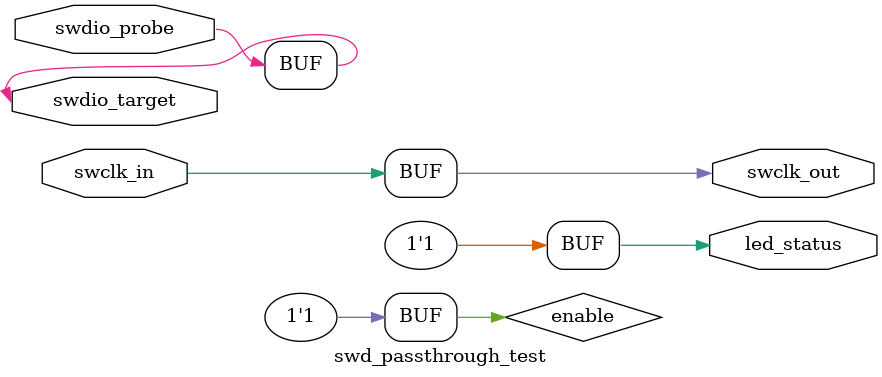
<source format=v>

module swd_passthrough_test (
    // Control
                                // Can wire to button, switch, or tie HIGH for testing

    // SWD signals from Picoprobe
    input wire swclk_in,         // From Picoprobe GP2
    inout wire swdio_probe,      // From Picoprobe GP3

    // SWD signals to Target Pico
    output wire swclk_out,       // To Target SWCLK
    inout wire swdio_target,     // To Target SWDIO

    // Optional status LED
    output wire led_status       // Shows when enabled
);

    wire enable = 1'b1; // Always enabled
    // ===== SWCLK Passthrough =====
    // SWCLK is unidirectional (Picoprobe -> Target only)
    // When enabled: pass through
    // When disabled: hold low to prevent clocking
    assign swclk_out = enable ? swclk_in : 1'b0;


    // ===== SWDIO Bidirectional Passthrough =====
    // SWDIO needs to work both directions:
    // - Picoprobe drives when sending commands/data
    // - Target drives when responding
    // When enabled: connect both sides (tri-state)
    // When disabled: both sides high-impedance (disconnected)

    assign swdio_target = enable ? swdio_probe : 1'bz;
    assign swdio_probe = enable ? swdio_target : 1'bz;


    // ===== Status LED =====
    // LED on when passthrough is enabled
    assign led_status = enable;

endmodule


// ===== TESTING INSTRUCTIONS =====
//
// 1. Initial Test - Always Enabled:
//    Wire the 'enable' input HIGH (to VCC/3.3V)
//    This makes the FPGA always pass signals through
//    Test that OpenOCD can program the target
//
// 2. Switch Test:
//    Connect 'enable' to a physical switch or button
//    Verify programming only works when switch is ON
//
// 3. Pin Connections:
//    Picoprobe GP2 (SWCLK) → swclk_in
//    Picoprobe GP3 (SWDIO) → swdio_probe
//    Picoprobe GND         → FPGA GND
//
//    FPGA swclk_out        → Target SWCLK (debug header)
//    FPGA swdio_target     → Target SWDIO (debug header)
//    FPGA GND              → Target GND
//
//    FPGA enable           → Tie HIGH for testing (or switch)
//    FPGA led_status       → LED + 220Ω resistor → GND
//
// 4. Verification:
//    Run: openocd -f interface/cmsis-dap.cfg -f target/rp2040.cfg \
//         -c "init" -c "targets" -c "exit"
//
//    Should see successful connection if enable is HIGH
//
// 5. Next Steps:
//    Once this works, we'll add the authentication logic
//    that controls the 'enable' signal


// ===== NOTES =====
//
// Tri-state explanation:
// - 1'b0 = drive low
// - 1'b1 = drive high
// - 1'bz = high impedance (don't drive, let other side control)
//
// For SWDIO bidirectional:
// - When enable=1: both assigns use 'bz, creating a connection
// - When enable=0: both sides are 'bz (fully disconnected)
//
// The key is that when we're not driving (using 'bz),
// the other side can drive, and we can read it

</source>
